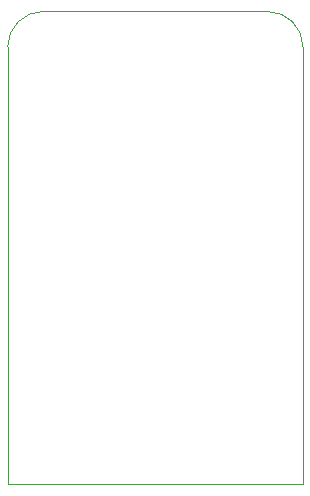
<source format=gm1>
G04 #@! TF.GenerationSoftware,KiCad,Pcbnew,9.0.2*
G04 #@! TF.CreationDate,2025-06-03T20:11:50-05:00*
G04 #@! TF.ProjectId,SAO_Pin,53414f5f-5069-46e2-9e6b-696361645f70,1*
G04 #@! TF.SameCoordinates,Original*
G04 #@! TF.FileFunction,Profile,NP*
%FSLAX46Y46*%
G04 Gerber Fmt 4.6, Leading zero omitted, Abs format (unit mm)*
G04 Created by KiCad (PCBNEW 9.0.2) date 2025-06-03 20:11:50*
%MOMM*%
%LPD*%
G01*
G04 APERTURE LIST*
G04 #@! TA.AperFunction,Profile*
%ADD10C,0.050000*%
G04 #@! TD*
G04 APERTURE END LIST*
D10*
X127200000Y-110000001D02*
X127200000Y-73000000D01*
X130200000Y-70000001D02*
X149200000Y-70000000D01*
X152200000Y-73000000D02*
X152200000Y-110000001D01*
X152200000Y-110000001D02*
X127200000Y-110000001D01*
X127199999Y-73000000D02*
G75*
G02*
X130199999Y-70000000I3000001J-1D01*
G01*
X149200001Y-70000000D02*
G75*
G02*
X152200001Y-73000000I-1J-3000001D01*
G01*
M02*

</source>
